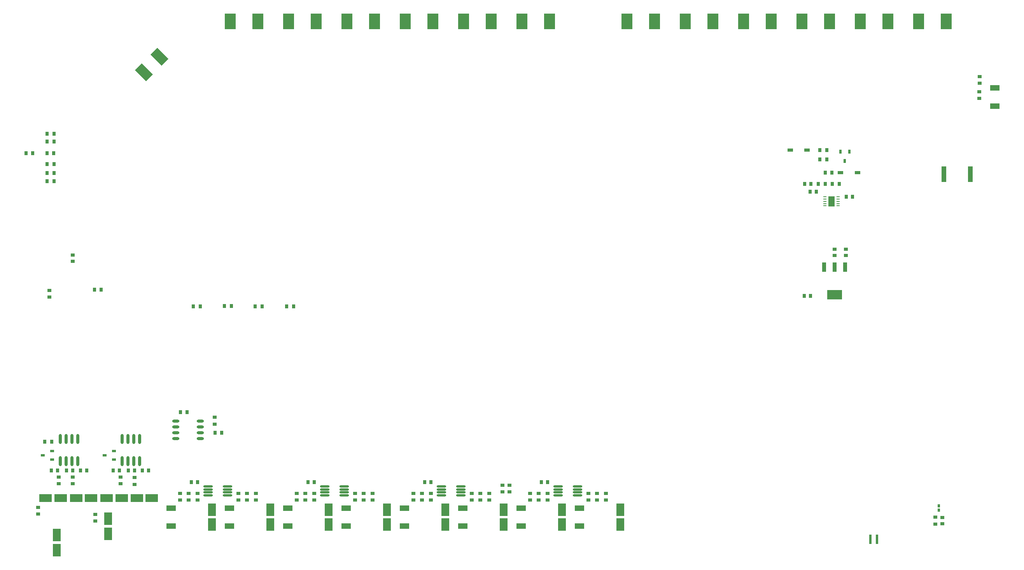
<source format=gbr>
%TF.GenerationSoftware,Altium Limited,Altium Designer,22.3.1 (43)*%
G04 Layer_Color=128*
%FSLAX26Y26*%
%MOIN*%
%TF.SameCoordinates,8280E445-5C4D-48E8-A53F-9B01841AA427*%
%TF.FilePolarity,Positive*%
%TF.FileFunction,Paste,Bot*%
%TF.Part,Single*%
G01*
G75*
%TA.AperFunction,SMDPad,CuDef*%
%ADD11R,0.031496X0.035433*%
%ADD17R,0.035433X0.031496*%
%ADD18R,0.033465X0.031496*%
G04:AMPARAMS|DCode=37|XSize=135.827mil|YSize=84.646mil|CornerRadius=0mil|HoleSize=0mil|Usage=FLASHONLY|Rotation=315.000|XOffset=0mil|YOffset=0mil|HoleType=Round|Shape=Rectangle|*
%AMROTATEDRECTD37*
4,1,4,-0.077949,0.018095,-0.018095,0.077949,0.077949,-0.018095,0.018095,-0.077949,-0.077949,0.018095,0.0*
%
%ADD37ROTATEDRECTD37*%

%ADD39R,0.031496X0.033465*%
%ADD109R,0.031496X0.009449*%
%ADD110R,0.055118X0.088583*%
%ADD111R,0.021654X0.025591*%
%ADD112O,0.061024X0.023622*%
%ADD113O,0.082677X0.017716*%
%ADD114R,0.082677X0.050000*%
%ADD115R,0.066929X0.110236*%
%ADD116R,0.047244X0.027559*%
%ADD117R,0.023622X0.037402*%
%ADD118R,0.092520X0.133858*%
%ADD119R,0.129921X0.078740*%
%ADD120R,0.035433X0.078740*%
%ADD121R,0.043307X0.131890*%
%ADD122R,0.019685X0.082677*%
%ADD123O,0.023622X0.086614*%
%ADD124R,0.110236X0.066929*%
%ADD125R,0.037402X0.023622*%
D11*
X1841732Y3374843D02*
D03*
X1900787D02*
D03*
X8165472Y4280000D02*
D03*
X8224528D02*
D03*
X8118947Y4491120D02*
D03*
X8059892D02*
D03*
X8163507Y4378759D02*
D03*
X8104452D02*
D03*
X8059889Y4572010D02*
D03*
X8118944D02*
D03*
X8045512Y4280000D02*
D03*
X8104567D02*
D03*
X1415472Y2070000D02*
D03*
X1474527D02*
D03*
X2933623Y2148739D02*
D03*
X2874568D02*
D03*
X3279528Y3230000D02*
D03*
X3220472D02*
D03*
X3014528Y3235000D02*
D03*
X2955472D02*
D03*
X2690472Y3230000D02*
D03*
X2749528D02*
D03*
X3549528D02*
D03*
X3490472D02*
D03*
X1435473Y4305000D02*
D03*
X1494528D02*
D03*
X1435473Y4375000D02*
D03*
X1494528D02*
D03*
X1435473Y4645000D02*
D03*
X1494528D02*
D03*
X1435473Y4450000D02*
D03*
X1494528D02*
D03*
X1435473Y4710000D02*
D03*
X1494528D02*
D03*
D17*
X9050000Y1424527D02*
D03*
Y1365472D02*
D03*
X2575000Y1629527D02*
D03*
Y1570472D02*
D03*
X3150000Y1570473D02*
D03*
Y1629528D02*
D03*
X3575000Y1629527D02*
D03*
Y1570472D02*
D03*
X4150000Y1570473D02*
D03*
Y1629528D02*
D03*
X4575000Y1629527D02*
D03*
Y1570472D02*
D03*
X5150000Y1570473D02*
D03*
Y1629528D02*
D03*
X5575000Y1629527D02*
D03*
Y1570472D02*
D03*
X6150000Y1570473D02*
D03*
Y1629528D02*
D03*
X9429353Y5144176D02*
D03*
Y5203231D02*
D03*
X2872596Y2280869D02*
D03*
Y2221814D02*
D03*
X2065000Y1769528D02*
D03*
Y1710473D02*
D03*
X2185000Y1764528D02*
D03*
Y1705473D02*
D03*
X1655068Y1769528D02*
D03*
Y1710473D02*
D03*
X1535000Y1769528D02*
D03*
Y1710473D02*
D03*
X3075000Y1570472D02*
D03*
Y1629527D02*
D03*
X2650000Y1629528D02*
D03*
Y1570473D02*
D03*
X4075000Y1570472D02*
D03*
Y1629527D02*
D03*
X3650000Y1629528D02*
D03*
Y1570473D02*
D03*
X4650000Y1629528D02*
D03*
Y1570473D02*
D03*
X5075000Y1570472D02*
D03*
Y1629527D02*
D03*
X5650000Y1629528D02*
D03*
Y1570473D02*
D03*
X6075000Y1570472D02*
D03*
Y1629527D02*
D03*
X5338976Y1640158D02*
D03*
Y1699213D02*
D03*
X5398499Y1699218D02*
D03*
Y1640163D02*
D03*
X9424353Y5013483D02*
D03*
Y5072538D02*
D03*
D18*
X9110000Y1422559D02*
D03*
Y1367441D02*
D03*
X3225000Y1572441D02*
D03*
Y1627559D02*
D03*
X4225000Y1572441D02*
D03*
Y1627559D02*
D03*
X5225000Y1572441D02*
D03*
Y1627559D02*
D03*
X6225000Y1572441D02*
D03*
Y1627559D02*
D03*
X8282025Y3722377D02*
D03*
Y3667258D02*
D03*
X8187025Y3722377D02*
D03*
Y3667258D02*
D03*
X1850000Y1392441D02*
D03*
Y1447559D02*
D03*
X2725000Y1627559D02*
D03*
Y1572441D02*
D03*
X3725000Y1627559D02*
D03*
Y1572441D02*
D03*
X4725000Y1627559D02*
D03*
Y1572441D02*
D03*
X5725000Y1627559D02*
D03*
Y1572441D02*
D03*
X1360000Y1452441D02*
D03*
Y1507559D02*
D03*
X1455000Y3312441D02*
D03*
Y3367559D02*
D03*
X1655000Y3672559D02*
D03*
Y3617441D02*
D03*
D37*
X2265648Y5238598D02*
D03*
X2397883Y5370833D02*
D03*
D39*
X8285196Y4171316D02*
D03*
X8340314D02*
D03*
X7983016Y4279998D02*
D03*
X7927898D02*
D03*
X7974803Y4215297D02*
D03*
X8029921D02*
D03*
X2132441Y1825000D02*
D03*
X2187559D02*
D03*
X7925458Y3320000D02*
D03*
X7980576D02*
D03*
X2057559Y1825000D02*
D03*
X2002441D02*
D03*
X2307559D02*
D03*
X2252441D02*
D03*
X1527559D02*
D03*
X1472441D02*
D03*
X1777559D02*
D03*
X1722441D02*
D03*
X1657559D02*
D03*
X1602441D02*
D03*
X2727559Y1725000D02*
D03*
X2672441D02*
D03*
X3727559D02*
D03*
X3672441D02*
D03*
X4727559D02*
D03*
X4672441D02*
D03*
X5727559D02*
D03*
X5672441D02*
D03*
X2634646Y2325551D02*
D03*
X2579528D02*
D03*
X1492559Y4545000D02*
D03*
X1437441D02*
D03*
X1312559D02*
D03*
X1257441D02*
D03*
D109*
X8215989Y4172301D02*
D03*
Y4152616D02*
D03*
Y4132931D02*
D03*
Y4113246D02*
D03*
Y4093561D02*
D03*
X8101028Y4172301D02*
D03*
Y4152616D02*
D03*
Y4132931D02*
D03*
Y4113246D02*
D03*
Y4093561D02*
D03*
D110*
X8158509Y4132931D02*
D03*
D111*
X9080000Y1521102D02*
D03*
Y1483701D02*
D03*
D112*
X2537951Y2099412D02*
D03*
Y2149412D02*
D03*
Y2199412D02*
D03*
Y2249412D02*
D03*
X2750550Y2099412D02*
D03*
Y2149412D02*
D03*
Y2199412D02*
D03*
Y2249412D02*
D03*
D113*
X2816339Y1611614D02*
D03*
Y1637205D02*
D03*
Y1662795D02*
D03*
Y1688386D02*
D03*
X2983661Y1611614D02*
D03*
Y1637205D02*
D03*
Y1662795D02*
D03*
Y1688386D02*
D03*
X3816339Y1611614D02*
D03*
Y1637205D02*
D03*
Y1662795D02*
D03*
Y1688386D02*
D03*
X3983661Y1611614D02*
D03*
Y1637205D02*
D03*
Y1662795D02*
D03*
Y1688386D02*
D03*
X4816339Y1611614D02*
D03*
Y1637205D02*
D03*
Y1662795D02*
D03*
Y1688386D02*
D03*
X4983661Y1611614D02*
D03*
Y1637205D02*
D03*
Y1662795D02*
D03*
Y1688386D02*
D03*
X5816339Y1611614D02*
D03*
Y1637205D02*
D03*
Y1662795D02*
D03*
Y1688386D02*
D03*
X5983661Y1611614D02*
D03*
Y1637205D02*
D03*
Y1662795D02*
D03*
Y1688386D02*
D03*
D114*
X3000000Y1503150D02*
D03*
Y1346850D02*
D03*
X4000000Y1503150D02*
D03*
Y1346850D02*
D03*
X5000000Y1503150D02*
D03*
Y1346850D02*
D03*
X6000000Y1503150D02*
D03*
Y1346850D02*
D03*
X2500000D02*
D03*
Y1503150D02*
D03*
X3500000Y1346850D02*
D03*
Y1503150D02*
D03*
X4500000Y1346850D02*
D03*
Y1503150D02*
D03*
X5500000Y1346850D02*
D03*
Y1503150D02*
D03*
X9560923Y4947599D02*
D03*
Y5103898D02*
D03*
D115*
X3350000Y1361024D02*
D03*
Y1488976D02*
D03*
X4350000Y1361024D02*
D03*
Y1488976D02*
D03*
X5350000Y1361024D02*
D03*
Y1488976D02*
D03*
X6350000Y1361024D02*
D03*
Y1488976D02*
D03*
X1959764Y1282874D02*
D03*
Y1410827D02*
D03*
X2850000Y1488976D02*
D03*
Y1361024D02*
D03*
X3850000Y1488976D02*
D03*
Y1361024D02*
D03*
X4850000Y1488976D02*
D03*
Y1361024D02*
D03*
X5850000Y1488976D02*
D03*
Y1361024D02*
D03*
X1519251Y1271063D02*
D03*
Y1143110D02*
D03*
D116*
X8235585Y4378764D02*
D03*
X8381254D02*
D03*
X7804324Y4571268D02*
D03*
X7949994D02*
D03*
D117*
X8274087Y4478324D02*
D03*
X8311488Y4559033D02*
D03*
X8236685D02*
D03*
D118*
X8905906Y5675000D02*
D03*
X9144094D02*
D03*
X8405906D02*
D03*
X8644094D02*
D03*
X7905905D02*
D03*
X8144095D02*
D03*
X7405905D02*
D03*
X7644095D02*
D03*
X6905905D02*
D03*
X7144095D02*
D03*
X6405905D02*
D03*
X6644095D02*
D03*
X5505905D02*
D03*
X5744095D02*
D03*
X5005905D02*
D03*
X5244095D02*
D03*
X4505905D02*
D03*
X4744095D02*
D03*
X4005905D02*
D03*
X4244095D02*
D03*
X3505905D02*
D03*
X3744095D02*
D03*
X3005905D02*
D03*
X3244095D02*
D03*
D119*
X8187025Y3331707D02*
D03*
D120*
X8277576Y3567928D02*
D03*
X8187025D02*
D03*
X8096474D02*
D03*
D121*
X9122347Y4366473D02*
D03*
X9350694D02*
D03*
D122*
X8550371Y1234331D02*
D03*
X8491316D02*
D03*
D123*
X2080000Y2094488D02*
D03*
X2130000D02*
D03*
X2180000D02*
D03*
X2230000D02*
D03*
X2080000Y1905512D02*
D03*
X2130000D02*
D03*
X2180000D02*
D03*
X2230000D02*
D03*
X1550000Y2094488D02*
D03*
X1600000D02*
D03*
X1650000D02*
D03*
X1700000D02*
D03*
X1550000Y1905512D02*
D03*
X1600000D02*
D03*
X1650000D02*
D03*
X1700000D02*
D03*
D124*
X2333976Y1589153D02*
D03*
X2206024D02*
D03*
X1946429Y1588252D02*
D03*
X2074382D02*
D03*
X1423819Y1589153D02*
D03*
X1551772D02*
D03*
X1813976D02*
D03*
X1686024D02*
D03*
D125*
X1929646Y1955000D02*
D03*
X2010354Y1917598D02*
D03*
Y1992402D02*
D03*
X1399646Y1955000D02*
D03*
X1480354Y1917598D02*
D03*
Y1992402D02*
D03*
%TF.MD5,a41bded94cce2474b5e16c6cb8e7d095*%
M02*

</source>
